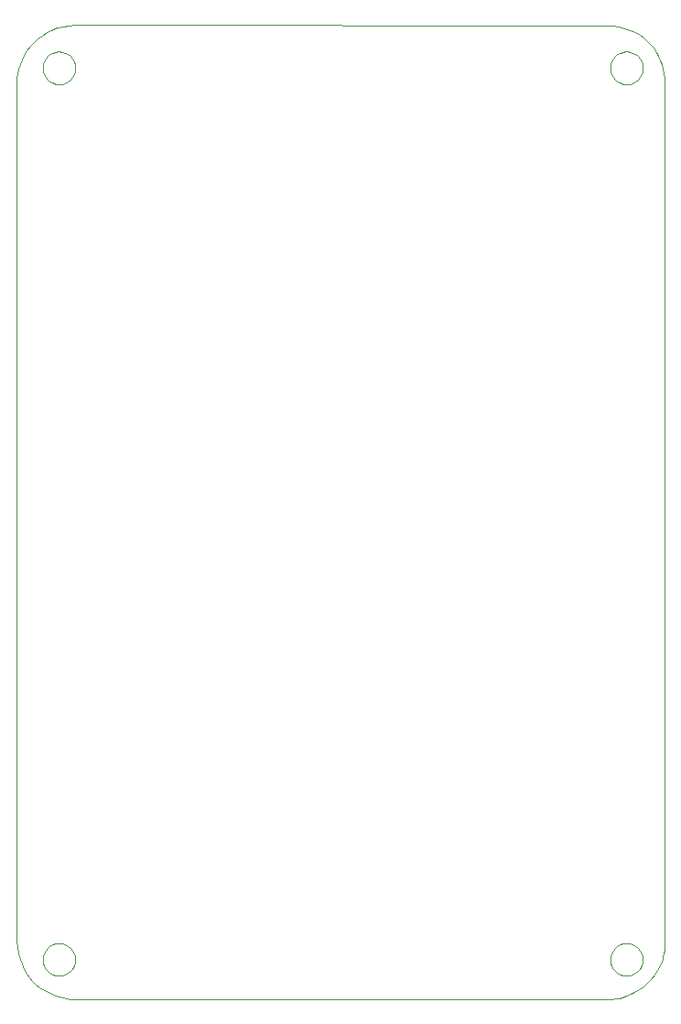
<source format=gbr>
%TF.GenerationSoftware,KiCad,Pcbnew,8.0.8-8.0.8-0~ubuntu20.04.1*%
%TF.CreationDate,2025-02-11T21:27:15+07:00*%
%TF.ProjectId,SolarSynth_digilog,536f6c61-7253-4796-9e74-685f64696769,rev?*%
%TF.SameCoordinates,Original*%
%TF.FileFunction,Profile,NP*%
%FSLAX46Y46*%
G04 Gerber Fmt 4.6, Leading zero omitted, Abs format (unit mm)*
G04 Created by KiCad (PCBNEW 8.0.8-8.0.8-0~ubuntu20.04.1) date 2025-02-11 21:27:15*
%MOMM*%
%LPD*%
G01*
G04 APERTURE LIST*
%TA.AperFunction,Profile*%
%ADD10C,0.100000*%
%TD*%
G04 APERTURE END LIST*
D10*
%TO.C,Ref\u002A\u002A*%
X144781392Y-116006750D02*
X144752092Y-116302150D01*
X144752092Y-116302150D02*
X144666592Y-116583550D01*
X144666592Y-116583550D02*
X144528092Y-116842950D01*
X144528092Y-116842950D02*
X144339892Y-117072550D01*
X144339892Y-117072550D02*
X144110292Y-117260750D01*
X144110292Y-117260750D02*
X143850892Y-117399250D01*
X143850892Y-117399250D02*
X143569492Y-117484750D01*
X143569492Y-117484750D02*
X143274092Y-117513950D01*
X143274092Y-117513950D02*
X143119992Y-117506150D01*
X143119992Y-117506150D02*
X142970292Y-117483350D01*
X142970292Y-117483350D02*
X142687392Y-117395550D01*
X142687392Y-117395550D02*
X142431392Y-117256550D01*
X142431392Y-117256550D02*
X142208292Y-117072550D01*
X142208292Y-117072550D02*
X142024292Y-116849450D01*
X142024292Y-116849450D02*
X141885292Y-116593450D01*
X141885292Y-116593450D02*
X141797492Y-116310450D01*
X141797492Y-116310450D02*
X141774592Y-116160850D01*
X141774592Y-116160850D02*
X141766892Y-116006750D01*
X141766892Y-116006750D02*
X141774592Y-115852650D01*
X141774592Y-115852650D02*
X141797492Y-115702950D01*
X141797492Y-115702950D02*
X141885292Y-115420050D01*
X141885292Y-115420050D02*
X142024292Y-115163950D01*
X142024292Y-115163950D02*
X142208292Y-114940950D01*
X142208292Y-114940950D02*
X142431392Y-114756850D01*
X142431392Y-114756850D02*
X142687392Y-114617950D01*
X142687392Y-114617950D02*
X142970292Y-114530050D01*
X142970292Y-114530050D02*
X143119992Y-114507250D01*
X143119992Y-114507250D02*
X143274092Y-114499450D01*
X143274092Y-114499450D02*
X143428192Y-114507250D01*
X143428192Y-114507250D02*
X143577892Y-114530050D01*
X143577892Y-114530050D02*
X143860792Y-114617950D01*
X143860792Y-114617950D02*
X144116792Y-114756850D01*
X144116792Y-114756850D02*
X144339892Y-114940950D01*
X144339892Y-114940950D02*
X144523892Y-115163950D01*
X144523892Y-115163950D02*
X144662892Y-115420050D01*
X144662892Y-115420050D02*
X144750692Y-115702950D01*
X144750692Y-115702950D02*
X144773592Y-115852650D01*
X144773592Y-115852650D02*
X144781392Y-116006750D01*
X144781392Y-116006750D02*
X144781392Y-116006750D01*
X144781392Y-116006750D02*
X144781392Y-116006750D01*
X92288412Y-116006750D02*
X92259182Y-116302150D01*
X92259182Y-116302150D02*
X92173682Y-116583550D01*
X92173682Y-116583550D02*
X92035182Y-116842950D01*
X92035182Y-116842950D02*
X91846952Y-117072550D01*
X91846952Y-117072550D02*
X91617382Y-117260750D01*
X91617382Y-117260750D02*
X91357962Y-117399250D01*
X91357962Y-117399250D02*
X91076582Y-117484750D01*
X91076582Y-117484750D02*
X90781162Y-117513950D01*
X90781162Y-117513950D02*
X90627052Y-117506150D01*
X90627052Y-117506150D02*
X90477392Y-117483350D01*
X90477392Y-117483350D02*
X90194472Y-117395550D01*
X90194472Y-117395550D02*
X89938442Y-117256550D01*
X89938442Y-117256550D02*
X89715372Y-117072550D01*
X89715372Y-117072550D02*
X89531322Y-116849450D01*
X89531322Y-116849450D02*
X89392352Y-116593450D01*
X89392352Y-116593450D02*
X89304522Y-116310450D01*
X89304522Y-116310450D02*
X89281682Y-116160850D01*
X89281682Y-116160850D02*
X89273902Y-116006750D01*
X89273902Y-116006750D02*
X89281682Y-115852650D01*
X89281682Y-115852650D02*
X89304522Y-115702950D01*
X89304522Y-115702950D02*
X89392352Y-115420050D01*
X89392352Y-115420050D02*
X89531322Y-115163950D01*
X89531322Y-115163950D02*
X89715372Y-114940950D01*
X89715372Y-114940950D02*
X89938442Y-114756850D01*
X89938442Y-114756850D02*
X90194472Y-114617950D01*
X90194472Y-114617950D02*
X90477392Y-114530050D01*
X90477392Y-114530050D02*
X90627052Y-114507250D01*
X90627052Y-114507250D02*
X90781162Y-114499450D01*
X90781162Y-114499450D02*
X91076582Y-114528650D01*
X91076582Y-114528650D02*
X91357962Y-114614150D01*
X91357962Y-114614150D02*
X91617382Y-114752650D01*
X91617382Y-114752650D02*
X91846952Y-114940950D01*
X91846952Y-114940950D02*
X92035182Y-115170450D01*
X92035182Y-115170450D02*
X92173682Y-115429950D01*
X92173682Y-115429950D02*
X92259182Y-115711250D01*
X92259182Y-115711250D02*
X92288412Y-116006750D01*
X92288412Y-116006750D02*
X92288412Y-116006750D01*
X92288412Y-116006750D02*
X92288412Y-116006750D01*
X144781392Y-33578410D02*
X144752092Y-33873830D01*
X144752092Y-33873830D02*
X144666592Y-34155210D01*
X144666592Y-34155210D02*
X144528092Y-34414630D01*
X144528092Y-34414630D02*
X144339892Y-34644200D01*
X144339892Y-34644200D02*
X144110292Y-34832430D01*
X144110292Y-34832430D02*
X143850892Y-34970930D01*
X143850892Y-34970930D02*
X143569492Y-35056430D01*
X143569492Y-35056430D02*
X143274092Y-35085660D01*
X143274092Y-35085660D02*
X143119992Y-35077880D01*
X143119992Y-35077880D02*
X142970292Y-35055040D01*
X142970292Y-35055040D02*
X142687392Y-34967220D01*
X142687392Y-34967220D02*
X142431392Y-34828250D01*
X142431392Y-34828250D02*
X142208292Y-34644200D01*
X142208292Y-34644200D02*
X142024292Y-34421130D01*
X142024292Y-34421130D02*
X141885292Y-34165100D01*
X141885292Y-34165100D02*
X141797492Y-33882170D01*
X141797492Y-33882170D02*
X141774592Y-33732520D01*
X141774592Y-33732520D02*
X141766892Y-33578410D01*
X141766892Y-33578410D02*
X141774592Y-33424300D01*
X141774592Y-33424300D02*
X141797492Y-33274640D01*
X141797492Y-33274640D02*
X141885292Y-32991720D01*
X141885292Y-32991720D02*
X142024292Y-32735690D01*
X142024292Y-32735690D02*
X142208292Y-32512620D01*
X142208292Y-32512620D02*
X142431392Y-32328570D01*
X142431392Y-32328570D02*
X142687392Y-32189600D01*
X142687392Y-32189600D02*
X142970292Y-32101780D01*
X142970292Y-32101780D02*
X143119992Y-32078940D01*
X143119992Y-32078940D02*
X143274092Y-32071150D01*
X143274092Y-32071150D02*
X143428192Y-32078940D01*
X143428192Y-32078940D02*
X143577892Y-32101780D01*
X143577892Y-32101780D02*
X143860792Y-32189600D01*
X143860792Y-32189600D02*
X144116792Y-32328570D01*
X144116792Y-32328570D02*
X144339892Y-32512620D01*
X144339892Y-32512620D02*
X144523892Y-32735690D01*
X144523892Y-32735690D02*
X144662892Y-32991720D01*
X144662892Y-32991720D02*
X144750692Y-33274640D01*
X144750692Y-33274640D02*
X144773592Y-33424300D01*
X144773592Y-33424300D02*
X144781392Y-33578410D01*
X144781392Y-33578410D02*
X144781392Y-33578410D01*
X144781392Y-33578410D02*
X144781392Y-33578410D01*
X92288412Y-33578410D02*
X92259182Y-33873830D01*
X92259182Y-33873830D02*
X92173682Y-34155210D01*
X92173682Y-34155210D02*
X92035182Y-34414630D01*
X92035182Y-34414630D02*
X91846952Y-34644200D01*
X91846952Y-34644200D02*
X91617382Y-34832430D01*
X91617382Y-34832430D02*
X91357962Y-34970930D01*
X91357962Y-34970930D02*
X91076582Y-35056430D01*
X91076582Y-35056430D02*
X90781162Y-35085660D01*
X90781162Y-35085660D02*
X90627052Y-35077880D01*
X90627052Y-35077880D02*
X90477392Y-35055040D01*
X90477392Y-35055040D02*
X90194472Y-34967220D01*
X90194472Y-34967220D02*
X89938442Y-34828250D01*
X89938442Y-34828250D02*
X89715372Y-34644200D01*
X89715372Y-34644200D02*
X89531322Y-34421130D01*
X89531322Y-34421130D02*
X89392352Y-34165100D01*
X89392352Y-34165100D02*
X89304522Y-33882170D01*
X89304522Y-33882170D02*
X89281682Y-33732520D01*
X89281682Y-33732520D02*
X89273902Y-33578410D01*
X89273902Y-33578410D02*
X89281682Y-33424300D01*
X89281682Y-33424300D02*
X89304522Y-33274640D01*
X89304522Y-33274640D02*
X89392352Y-32991720D01*
X89392352Y-32991720D02*
X89531322Y-32735690D01*
X89531322Y-32735690D02*
X89715372Y-32512620D01*
X89715372Y-32512620D02*
X89938442Y-32328570D01*
X89938442Y-32328570D02*
X90194472Y-32189600D01*
X90194472Y-32189600D02*
X90477392Y-32101780D01*
X90477392Y-32101780D02*
X90627052Y-32078940D01*
X90627052Y-32078940D02*
X90781162Y-32071150D01*
X90781162Y-32071150D02*
X91076582Y-32100380D01*
X91076582Y-32100380D02*
X91357962Y-32185890D01*
X91357962Y-32185890D02*
X91617382Y-32324390D01*
X91617382Y-32324390D02*
X91846952Y-32512620D01*
X91846952Y-32512620D02*
X92035182Y-32742180D01*
X92035182Y-32742180D02*
X92173682Y-33001610D01*
X92173682Y-33001610D02*
X92259182Y-33282980D01*
X92259182Y-33282980D02*
X92288412Y-33578410D01*
X92288412Y-33578410D02*
X92288412Y-33578410D01*
X92288412Y-33578410D02*
X92288412Y-33578410D01*
%TO.C,edge1*%
X86892801Y-114284200D02*
X86947132Y-114874200D01*
X86947132Y-114874200D02*
X87039149Y-115425500D01*
X87039149Y-115425500D02*
X87167859Y-115939200D01*
X87167859Y-115939200D02*
X87332259Y-116416300D01*
X87332259Y-116416300D02*
X87531359Y-116857800D01*
X87531359Y-116857800D02*
X87764149Y-117264700D01*
X87764149Y-117264700D02*
X88029629Y-117638100D01*
X88029629Y-117638100D02*
X88326809Y-117979000D01*
X88326809Y-117979000D02*
X88654689Y-118288500D01*
X88654689Y-118288500D02*
X89012269Y-118567400D01*
X89012269Y-118567400D02*
X89398549Y-118816900D01*
X89398549Y-118816900D02*
X89812529Y-119038100D01*
X89812529Y-119038100D02*
X90253219Y-119231800D01*
X90253219Y-119231800D02*
X90719609Y-119399200D01*
X90719609Y-119399200D02*
X91210709Y-119541200D01*
X91210709Y-119541200D02*
X91725519Y-119658900D01*
X91725519Y-119658900D02*
X141954549Y-119658900D01*
X141954549Y-119658900D02*
X142228249Y-119633700D01*
X142228249Y-119633700D02*
X142540849Y-119574000D01*
X142540849Y-119574000D02*
X142884849Y-119479500D01*
X142884849Y-119479500D02*
X143252649Y-119349500D01*
X143252649Y-119349500D02*
X143636749Y-119183400D01*
X143636749Y-119183400D02*
X144029849Y-118980600D01*
X144029849Y-118980600D02*
X144424249Y-118740700D01*
X144424249Y-118740700D02*
X144812449Y-118463100D01*
X144812449Y-118463100D02*
X145187149Y-118147100D01*
X145187149Y-118147100D02*
X145540649Y-117792200D01*
X145540649Y-117792200D02*
X145865649Y-117397800D01*
X145865649Y-117397800D02*
X146154449Y-116963500D01*
X146154449Y-116963500D02*
X146283049Y-116731100D01*
X146283049Y-116731100D02*
X146399749Y-116488500D01*
X146399749Y-116488500D02*
X146503649Y-116235700D01*
X146503649Y-116235700D02*
X146593849Y-115972400D01*
X146593849Y-115972400D02*
X146669449Y-115698800D01*
X146669449Y-115698800D02*
X146729449Y-115414600D01*
X146729449Y-115414600D02*
X146772949Y-115119900D01*
X146772949Y-115119900D02*
X146798949Y-114814500D01*
X146798949Y-114814500D02*
X146798949Y-34487090D01*
X146798949Y-34487090D02*
X146725449Y-34067610D01*
X146725449Y-34067610D02*
X146630849Y-33654250D01*
X146630849Y-33654250D02*
X146513249Y-33249050D01*
X146513249Y-33249050D02*
X146370549Y-32854030D01*
X146370549Y-32854030D02*
X146200649Y-32471190D01*
X146200649Y-32471190D02*
X146001649Y-32102580D01*
X146001649Y-32102580D02*
X145771349Y-31750190D01*
X145771349Y-31750190D02*
X145507649Y-31416060D01*
X145507649Y-31416060D02*
X145208749Y-31102200D01*
X145208749Y-31102200D02*
X144872349Y-30810640D01*
X144872349Y-30810640D02*
X144496649Y-30543400D01*
X144496649Y-30543400D02*
X144079349Y-30302490D01*
X144079349Y-30302490D02*
X143618549Y-30089940D01*
X143618549Y-30089940D02*
X143112149Y-29907760D01*
X143112149Y-29907760D02*
X142558249Y-29757980D01*
X142558249Y-29757980D02*
X141954549Y-29642620D01*
X141954549Y-29642620D02*
X92282139Y-29614700D01*
X92282139Y-29614700D02*
X91696449Y-29652080D01*
X91696449Y-29652080D02*
X91139089Y-29743790D01*
X91139089Y-29743790D02*
X90611089Y-29885810D01*
X90611089Y-29885810D02*
X90113459Y-30074140D01*
X90113459Y-30074140D02*
X89647219Y-30304770D01*
X89647219Y-30304770D02*
X89213379Y-30573690D01*
X89213379Y-30573690D02*
X88812969Y-30876890D01*
X88812969Y-30876890D02*
X88446999Y-31210360D01*
X88446999Y-31210360D02*
X88116479Y-31570110D01*
X88116479Y-31570110D02*
X87822439Y-31952110D01*
X87822439Y-31952110D02*
X87565879Y-32352360D01*
X87565879Y-32352360D02*
X87347839Y-32766860D01*
X87347839Y-32766860D02*
X87169309Y-33191580D01*
X87169309Y-33191580D02*
X87031329Y-33622540D01*
X87031329Y-33622540D02*
X86934902Y-34055710D01*
X86934902Y-34055710D02*
X86881051Y-34487090D01*
X86881051Y-34487090D02*
X86892801Y-114284200D01*
X86892801Y-114284200D02*
X86892801Y-114284200D01*
%TD*%
M02*

</source>
